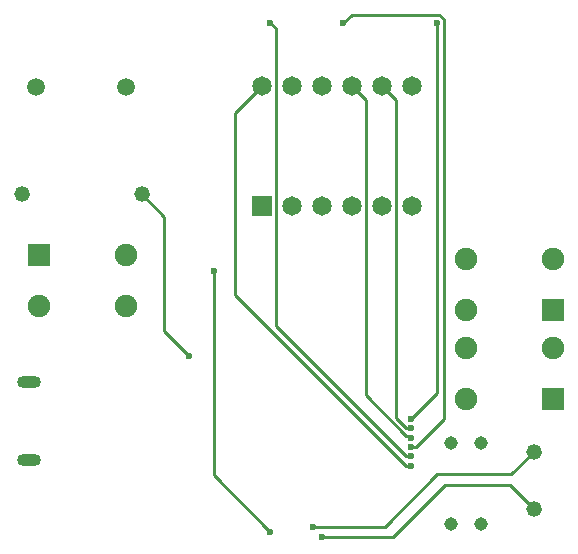
<source format=gbl>
G04 #@! TF.FileFunction,Copper,L2,Bot,Signal*
%FSLAX46Y46*%
G04 Gerber Fmt 4.6, Leading zero omitted, Abs format (unit mm)*
G04 Created by KiCad (PCBNEW 4.0.6) date 2018 January 08, Monday 16:40:28*
%MOMM*%
%LPD*%
G01*
G04 APERTURE LIST*
%ADD10C,0.100000*%
%ADD11R,1.905000X1.905000*%
%ADD12C,1.905000*%
%ADD13R,1.651000X1.651000*%
%ADD14C,1.651000*%
%ADD15O,2.032000X1.016000*%
%ADD16C,1.498600*%
%ADD17C,1.320800*%
%ADD18C,1.143000*%
%ADD19C,0.600000*%
%ADD20C,0.250000*%
G04 APERTURE END LIST*
D10*
D11*
X119317000Y-69441000D03*
D12*
X119317000Y-73759000D03*
X126683000Y-73759000D03*
X126683000Y-69441000D03*
D11*
X162863000Y-81639000D03*
D12*
X162863000Y-77321000D03*
X155497000Y-77321000D03*
X155497000Y-81639000D03*
D11*
X162863000Y-74139000D03*
D12*
X162863000Y-69821000D03*
X155497000Y-69821000D03*
X155497000Y-74139000D03*
D13*
X138200000Y-65300000D03*
D14*
X140740000Y-65300000D03*
X143280000Y-65300000D03*
X145820000Y-65300000D03*
X148360000Y-65300000D03*
X150900000Y-65300000D03*
X150900000Y-55140000D03*
X148360000Y-55140000D03*
X145820000Y-55140000D03*
X143280000Y-55140000D03*
X140740000Y-55140000D03*
X138200000Y-55140000D03*
D15*
X118500000Y-80201660D03*
X118500000Y-86800580D03*
D16*
X119100160Y-55200000D03*
X126699840Y-55200000D03*
D17*
X117847000Y-64300000D03*
X128007000Y-64300000D03*
D18*
X154230000Y-92240000D03*
X156770000Y-92240000D03*
X154230000Y-85360000D03*
X156770000Y-85360000D03*
D17*
X161240000Y-90933000D03*
X161240000Y-86107000D03*
D19*
X134100000Y-70800000D03*
X138900260Y-92900000D03*
X138900000Y-49800000D03*
X150800000Y-86500000D03*
X145100000Y-49800000D03*
X150800000Y-85700000D03*
X153000000Y-49800000D03*
X150800000Y-83300000D03*
X150800000Y-87300000D03*
X150800000Y-84900000D03*
X150800000Y-84100000D03*
X132000000Y-78000000D03*
X142500000Y-92450000D03*
X143310000Y-93340000D03*
D20*
X138900260Y-92900000D02*
X134100000Y-88099740D01*
X134100000Y-88099740D02*
X134100000Y-70800000D01*
X150800000Y-86500000D02*
X150375736Y-86500000D01*
X150375736Y-86500000D02*
X139350501Y-75474765D01*
X139350501Y-75474765D02*
X139350501Y-50250501D01*
X139350501Y-50250501D02*
X138900000Y-49800000D01*
X153225002Y-49100000D02*
X145800000Y-49100000D01*
X145800000Y-49100000D02*
X145100000Y-49800000D01*
X150800000Y-85700000D02*
X151224264Y-85700000D01*
X151224264Y-85700000D02*
X153625001Y-83299263D01*
X153625001Y-83299263D02*
X153625001Y-49499999D01*
X153625001Y-49499999D02*
X153225002Y-49100000D01*
X150800000Y-83300000D02*
X153000000Y-81100000D01*
X153000000Y-81100000D02*
X153000000Y-49800000D01*
X135900000Y-72824264D02*
X135900000Y-57440000D01*
X135900000Y-57440000D02*
X137374501Y-55965499D01*
X137374501Y-55965499D02*
X138200000Y-55140000D01*
X150800000Y-87300000D02*
X150375736Y-87300000D01*
X150375736Y-87300000D02*
X135900000Y-72824264D01*
X150800000Y-84900000D02*
X150800000Y-84800000D01*
X150800000Y-84800000D02*
X150725001Y-84725001D01*
X150725001Y-84725001D02*
X150364327Y-84725001D01*
X146970501Y-81331175D02*
X146970501Y-56290501D01*
X150364327Y-84725001D02*
X146970501Y-81331175D01*
X146970501Y-56290501D02*
X146645499Y-55965499D01*
X146645499Y-55965499D02*
X145820000Y-55140000D01*
X150800000Y-84100000D02*
X150375736Y-84100000D01*
X149510501Y-83234765D02*
X149510501Y-56290501D01*
X150375736Y-84100000D02*
X149510501Y-83234765D01*
X149510501Y-56290501D02*
X149185499Y-55965499D01*
X149185499Y-55965499D02*
X148360000Y-55140000D01*
X129900000Y-75900000D02*
X129900000Y-66193000D01*
X129900000Y-66193000D02*
X128007000Y-64300000D01*
X132000000Y-78000000D02*
X129900000Y-75900000D01*
X153060000Y-88020000D02*
X159327000Y-88020000D01*
X159327000Y-88020000D02*
X161240000Y-86107000D01*
X148630000Y-92450000D02*
X153060000Y-88020000D01*
X142500000Y-92450000D02*
X148630000Y-92450000D01*
X149320000Y-93340000D02*
X143310000Y-93340000D01*
X153730000Y-88930000D02*
X149320000Y-93340000D01*
X159230000Y-88930000D02*
X153730000Y-88930000D01*
X160572601Y-90272601D02*
X159230000Y-88930000D01*
X161240000Y-90933000D02*
X160579601Y-90272601D01*
X160579601Y-90272601D02*
X160572601Y-90272601D01*
M02*

</source>
